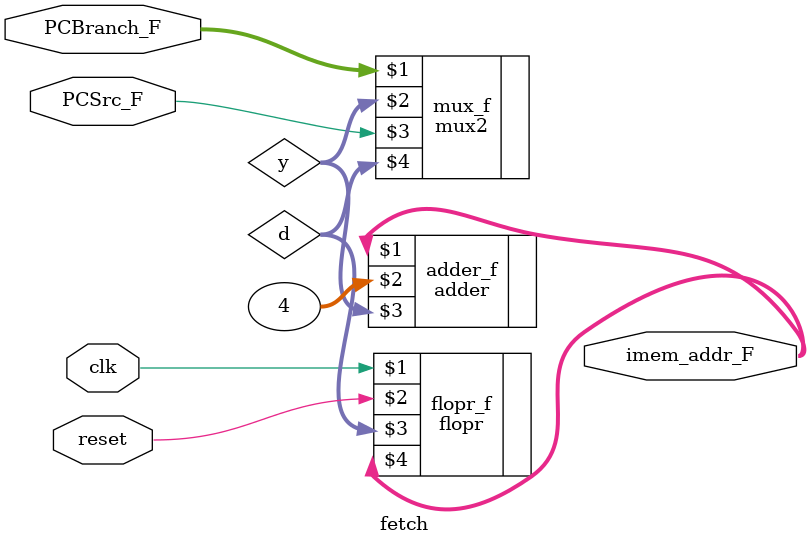
<source format=sv>
module fetch (input logic PCSrc_F,clk,reset,
			  input logic [64:0]PCBranch_F,
			  output logic [64:0]imem_addr_F);
logic [64:0]d,y;
mux2 mux_f(PCBranch_F,y,PCSrc_F,d);
flopr #(64) flopr_f (clk,reset,d,imem_addr_F);
adder #(64) adder_f (imem_addr_F,'d4,y);
endmodule
</source>
